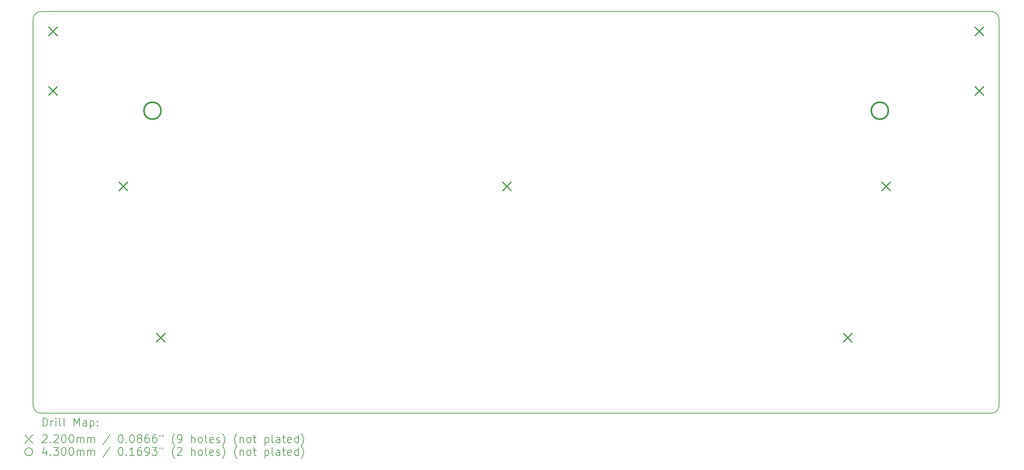
<source format=gbr>
%FSLAX45Y45*%
G04 Gerber Fmt 4.5, Leading zero omitted, Abs format (unit mm)*
G04 Created by KiCad (PCBNEW (6.0.1)) date 2022-12-02 16:53:09*
%MOMM*%
%LPD*%
G01*
G04 APERTURE LIST*
%TA.AperFunction,Profile*%
%ADD10C,0.200000*%
%TD*%
%ADD11C,0.200000*%
%ADD12C,0.220000*%
%ADD13C,0.430000*%
G04 APERTURE END LIST*
D10*
X27225625Y-12817500D02*
X27225625Y-3097500D01*
X27025625Y-13017500D02*
G75*
G03*
X27225625Y-12817500I0J200000D01*
G01*
X3136875Y-13017500D02*
X27025625Y-13017500D01*
X2936875Y-12817500D02*
G75*
G03*
X3136875Y-13017500I200000J0D01*
G01*
X2936875Y-3097500D02*
X2936875Y-12817500D01*
X3136875Y-2897500D02*
G75*
G03*
X2936875Y-3097500I0J-200000D01*
G01*
X27025625Y-2897500D02*
X3136875Y-2897500D01*
X27225625Y-3097500D02*
G75*
G03*
X27025625Y-2897500I-200000J0D01*
G01*
D11*
D12*
X3326875Y-3287500D02*
X3546875Y-3507500D01*
X3546875Y-3287500D02*
X3326875Y-3507500D01*
X3326875Y-4787500D02*
X3546875Y-5007500D01*
X3546875Y-4787500D02*
X3326875Y-5007500D01*
X5089025Y-7192500D02*
X5309025Y-7412500D01*
X5309025Y-7192500D02*
X5089025Y-7412500D01*
X6028425Y-11002500D02*
X6248425Y-11222500D01*
X6248425Y-11002500D02*
X6028425Y-11222500D01*
X14733125Y-7192500D02*
X14953125Y-7412500D01*
X14953125Y-7192500D02*
X14733125Y-7412500D01*
X23305625Y-11002500D02*
X23525625Y-11222500D01*
X23525625Y-11002500D02*
X23305625Y-11222500D01*
X24271225Y-7192500D02*
X24491225Y-7412500D01*
X24491225Y-7192500D02*
X24271225Y-7412500D01*
X26615625Y-3287500D02*
X26835625Y-3507500D01*
X26835625Y-3287500D02*
X26615625Y-3507500D01*
X26615625Y-4787500D02*
X26835625Y-5007500D01*
X26835625Y-4787500D02*
X26615625Y-5007500D01*
D13*
X6151875Y-5397500D02*
G75*
G03*
X6151875Y-5397500I-215000J0D01*
G01*
X24440625Y-5397500D02*
G75*
G03*
X24440625Y-5397500I-215000J0D01*
G01*
D11*
X3184494Y-13337976D02*
X3184494Y-13137976D01*
X3232113Y-13137976D01*
X3260684Y-13147500D01*
X3279732Y-13166548D01*
X3289256Y-13185595D01*
X3298780Y-13223690D01*
X3298780Y-13252262D01*
X3289256Y-13290357D01*
X3279732Y-13309405D01*
X3260684Y-13328452D01*
X3232113Y-13337976D01*
X3184494Y-13337976D01*
X3384494Y-13337976D02*
X3384494Y-13204643D01*
X3384494Y-13242738D02*
X3394018Y-13223690D01*
X3403542Y-13214167D01*
X3422589Y-13204643D01*
X3441637Y-13204643D01*
X3508303Y-13337976D02*
X3508303Y-13204643D01*
X3508303Y-13137976D02*
X3498780Y-13147500D01*
X3508303Y-13157024D01*
X3517827Y-13147500D01*
X3508303Y-13137976D01*
X3508303Y-13157024D01*
X3632113Y-13337976D02*
X3613065Y-13328452D01*
X3603542Y-13309405D01*
X3603542Y-13137976D01*
X3736875Y-13337976D02*
X3717827Y-13328452D01*
X3708303Y-13309405D01*
X3708303Y-13137976D01*
X3965446Y-13337976D02*
X3965446Y-13137976D01*
X4032113Y-13280833D01*
X4098780Y-13137976D01*
X4098780Y-13337976D01*
X4279732Y-13337976D02*
X4279732Y-13233214D01*
X4270208Y-13214167D01*
X4251161Y-13204643D01*
X4213065Y-13204643D01*
X4194018Y-13214167D01*
X4279732Y-13328452D02*
X4260685Y-13337976D01*
X4213065Y-13337976D01*
X4194018Y-13328452D01*
X4184494Y-13309405D01*
X4184494Y-13290357D01*
X4194018Y-13271309D01*
X4213065Y-13261786D01*
X4260685Y-13261786D01*
X4279732Y-13252262D01*
X4374970Y-13204643D02*
X4374970Y-13404643D01*
X4374970Y-13214167D02*
X4394018Y-13204643D01*
X4432113Y-13204643D01*
X4451161Y-13214167D01*
X4460685Y-13223690D01*
X4470208Y-13242738D01*
X4470208Y-13299881D01*
X4460685Y-13318928D01*
X4451161Y-13328452D01*
X4432113Y-13337976D01*
X4394018Y-13337976D01*
X4374970Y-13328452D01*
X4555923Y-13318928D02*
X4565446Y-13328452D01*
X4555923Y-13337976D01*
X4546399Y-13328452D01*
X4555923Y-13318928D01*
X4555923Y-13337976D01*
X4555923Y-13214167D02*
X4565446Y-13223690D01*
X4555923Y-13233214D01*
X4546399Y-13223690D01*
X4555923Y-13214167D01*
X4555923Y-13233214D01*
X2726875Y-13567500D02*
X2926875Y-13767500D01*
X2926875Y-13567500D02*
X2726875Y-13767500D01*
X3174970Y-13577024D02*
X3184494Y-13567500D01*
X3203542Y-13557976D01*
X3251161Y-13557976D01*
X3270208Y-13567500D01*
X3279732Y-13577024D01*
X3289256Y-13596071D01*
X3289256Y-13615119D01*
X3279732Y-13643690D01*
X3165446Y-13757976D01*
X3289256Y-13757976D01*
X3374970Y-13738928D02*
X3384494Y-13748452D01*
X3374970Y-13757976D01*
X3365446Y-13748452D01*
X3374970Y-13738928D01*
X3374970Y-13757976D01*
X3460684Y-13577024D02*
X3470208Y-13567500D01*
X3489256Y-13557976D01*
X3536875Y-13557976D01*
X3555923Y-13567500D01*
X3565446Y-13577024D01*
X3574970Y-13596071D01*
X3574970Y-13615119D01*
X3565446Y-13643690D01*
X3451161Y-13757976D01*
X3574970Y-13757976D01*
X3698780Y-13557976D02*
X3717827Y-13557976D01*
X3736875Y-13567500D01*
X3746399Y-13577024D01*
X3755923Y-13596071D01*
X3765446Y-13634167D01*
X3765446Y-13681786D01*
X3755923Y-13719881D01*
X3746399Y-13738928D01*
X3736875Y-13748452D01*
X3717827Y-13757976D01*
X3698780Y-13757976D01*
X3679732Y-13748452D01*
X3670208Y-13738928D01*
X3660684Y-13719881D01*
X3651161Y-13681786D01*
X3651161Y-13634167D01*
X3660684Y-13596071D01*
X3670208Y-13577024D01*
X3679732Y-13567500D01*
X3698780Y-13557976D01*
X3889256Y-13557976D02*
X3908303Y-13557976D01*
X3927351Y-13567500D01*
X3936875Y-13577024D01*
X3946399Y-13596071D01*
X3955923Y-13634167D01*
X3955923Y-13681786D01*
X3946399Y-13719881D01*
X3936875Y-13738928D01*
X3927351Y-13748452D01*
X3908303Y-13757976D01*
X3889256Y-13757976D01*
X3870208Y-13748452D01*
X3860684Y-13738928D01*
X3851161Y-13719881D01*
X3841637Y-13681786D01*
X3841637Y-13634167D01*
X3851161Y-13596071D01*
X3860684Y-13577024D01*
X3870208Y-13567500D01*
X3889256Y-13557976D01*
X4041637Y-13757976D02*
X4041637Y-13624643D01*
X4041637Y-13643690D02*
X4051161Y-13634167D01*
X4070208Y-13624643D01*
X4098780Y-13624643D01*
X4117827Y-13634167D01*
X4127351Y-13653214D01*
X4127351Y-13757976D01*
X4127351Y-13653214D02*
X4136875Y-13634167D01*
X4155923Y-13624643D01*
X4184494Y-13624643D01*
X4203542Y-13634167D01*
X4213065Y-13653214D01*
X4213065Y-13757976D01*
X4308304Y-13757976D02*
X4308304Y-13624643D01*
X4308304Y-13643690D02*
X4317827Y-13634167D01*
X4336875Y-13624643D01*
X4365446Y-13624643D01*
X4384494Y-13634167D01*
X4394018Y-13653214D01*
X4394018Y-13757976D01*
X4394018Y-13653214D02*
X4403542Y-13634167D01*
X4422589Y-13624643D01*
X4451161Y-13624643D01*
X4470208Y-13634167D01*
X4479732Y-13653214D01*
X4479732Y-13757976D01*
X4870208Y-13548452D02*
X4698780Y-13805595D01*
X5127351Y-13557976D02*
X5146399Y-13557976D01*
X5165446Y-13567500D01*
X5174970Y-13577024D01*
X5184494Y-13596071D01*
X5194018Y-13634167D01*
X5194018Y-13681786D01*
X5184494Y-13719881D01*
X5174970Y-13738928D01*
X5165446Y-13748452D01*
X5146399Y-13757976D01*
X5127351Y-13757976D01*
X5108304Y-13748452D01*
X5098780Y-13738928D01*
X5089256Y-13719881D01*
X5079732Y-13681786D01*
X5079732Y-13634167D01*
X5089256Y-13596071D01*
X5098780Y-13577024D01*
X5108304Y-13567500D01*
X5127351Y-13557976D01*
X5279732Y-13738928D02*
X5289256Y-13748452D01*
X5279732Y-13757976D01*
X5270208Y-13748452D01*
X5279732Y-13738928D01*
X5279732Y-13757976D01*
X5413065Y-13557976D02*
X5432113Y-13557976D01*
X5451161Y-13567500D01*
X5460685Y-13577024D01*
X5470208Y-13596071D01*
X5479732Y-13634167D01*
X5479732Y-13681786D01*
X5470208Y-13719881D01*
X5460685Y-13738928D01*
X5451161Y-13748452D01*
X5432113Y-13757976D01*
X5413065Y-13757976D01*
X5394018Y-13748452D01*
X5384494Y-13738928D01*
X5374970Y-13719881D01*
X5365446Y-13681786D01*
X5365446Y-13634167D01*
X5374970Y-13596071D01*
X5384494Y-13577024D01*
X5394018Y-13567500D01*
X5413065Y-13557976D01*
X5594018Y-13643690D02*
X5574970Y-13634167D01*
X5565446Y-13624643D01*
X5555923Y-13605595D01*
X5555923Y-13596071D01*
X5565446Y-13577024D01*
X5574970Y-13567500D01*
X5594018Y-13557976D01*
X5632113Y-13557976D01*
X5651161Y-13567500D01*
X5660684Y-13577024D01*
X5670208Y-13596071D01*
X5670208Y-13605595D01*
X5660684Y-13624643D01*
X5651161Y-13634167D01*
X5632113Y-13643690D01*
X5594018Y-13643690D01*
X5574970Y-13653214D01*
X5565446Y-13662738D01*
X5555923Y-13681786D01*
X5555923Y-13719881D01*
X5565446Y-13738928D01*
X5574970Y-13748452D01*
X5594018Y-13757976D01*
X5632113Y-13757976D01*
X5651161Y-13748452D01*
X5660684Y-13738928D01*
X5670208Y-13719881D01*
X5670208Y-13681786D01*
X5660684Y-13662738D01*
X5651161Y-13653214D01*
X5632113Y-13643690D01*
X5841637Y-13557976D02*
X5803542Y-13557976D01*
X5784494Y-13567500D01*
X5774970Y-13577024D01*
X5755923Y-13605595D01*
X5746399Y-13643690D01*
X5746399Y-13719881D01*
X5755923Y-13738928D01*
X5765446Y-13748452D01*
X5784494Y-13757976D01*
X5822589Y-13757976D01*
X5841637Y-13748452D01*
X5851161Y-13738928D01*
X5860684Y-13719881D01*
X5860684Y-13672262D01*
X5851161Y-13653214D01*
X5841637Y-13643690D01*
X5822589Y-13634167D01*
X5784494Y-13634167D01*
X5765446Y-13643690D01*
X5755923Y-13653214D01*
X5746399Y-13672262D01*
X6032113Y-13557976D02*
X5994018Y-13557976D01*
X5974970Y-13567500D01*
X5965446Y-13577024D01*
X5946399Y-13605595D01*
X5936875Y-13643690D01*
X5936875Y-13719881D01*
X5946399Y-13738928D01*
X5955923Y-13748452D01*
X5974970Y-13757976D01*
X6013065Y-13757976D01*
X6032113Y-13748452D01*
X6041637Y-13738928D01*
X6051161Y-13719881D01*
X6051161Y-13672262D01*
X6041637Y-13653214D01*
X6032113Y-13643690D01*
X6013065Y-13634167D01*
X5974970Y-13634167D01*
X5955923Y-13643690D01*
X5946399Y-13653214D01*
X5936875Y-13672262D01*
X6127351Y-13557976D02*
X6127351Y-13596071D01*
X6203542Y-13557976D02*
X6203542Y-13596071D01*
X6498780Y-13834167D02*
X6489256Y-13824643D01*
X6470208Y-13796071D01*
X6460684Y-13777024D01*
X6451161Y-13748452D01*
X6441637Y-13700833D01*
X6441637Y-13662738D01*
X6451161Y-13615119D01*
X6460684Y-13586548D01*
X6470208Y-13567500D01*
X6489256Y-13538928D01*
X6498780Y-13529405D01*
X6584494Y-13757976D02*
X6622589Y-13757976D01*
X6641637Y-13748452D01*
X6651161Y-13738928D01*
X6670208Y-13710357D01*
X6679732Y-13672262D01*
X6679732Y-13596071D01*
X6670208Y-13577024D01*
X6660684Y-13567500D01*
X6641637Y-13557976D01*
X6603542Y-13557976D01*
X6584494Y-13567500D01*
X6574970Y-13577024D01*
X6565446Y-13596071D01*
X6565446Y-13643690D01*
X6574970Y-13662738D01*
X6584494Y-13672262D01*
X6603542Y-13681786D01*
X6641637Y-13681786D01*
X6660684Y-13672262D01*
X6670208Y-13662738D01*
X6679732Y-13643690D01*
X6917827Y-13757976D02*
X6917827Y-13557976D01*
X7003542Y-13757976D02*
X7003542Y-13653214D01*
X6994018Y-13634167D01*
X6974970Y-13624643D01*
X6946399Y-13624643D01*
X6927351Y-13634167D01*
X6917827Y-13643690D01*
X7127351Y-13757976D02*
X7108303Y-13748452D01*
X7098780Y-13738928D01*
X7089256Y-13719881D01*
X7089256Y-13662738D01*
X7098780Y-13643690D01*
X7108303Y-13634167D01*
X7127351Y-13624643D01*
X7155923Y-13624643D01*
X7174970Y-13634167D01*
X7184494Y-13643690D01*
X7194018Y-13662738D01*
X7194018Y-13719881D01*
X7184494Y-13738928D01*
X7174970Y-13748452D01*
X7155923Y-13757976D01*
X7127351Y-13757976D01*
X7308303Y-13757976D02*
X7289256Y-13748452D01*
X7279732Y-13729405D01*
X7279732Y-13557976D01*
X7460684Y-13748452D02*
X7441637Y-13757976D01*
X7403542Y-13757976D01*
X7384494Y-13748452D01*
X7374970Y-13729405D01*
X7374970Y-13653214D01*
X7384494Y-13634167D01*
X7403542Y-13624643D01*
X7441637Y-13624643D01*
X7460684Y-13634167D01*
X7470208Y-13653214D01*
X7470208Y-13672262D01*
X7374970Y-13691309D01*
X7546399Y-13748452D02*
X7565446Y-13757976D01*
X7603542Y-13757976D01*
X7622589Y-13748452D01*
X7632113Y-13729405D01*
X7632113Y-13719881D01*
X7622589Y-13700833D01*
X7603542Y-13691309D01*
X7574970Y-13691309D01*
X7555923Y-13681786D01*
X7546399Y-13662738D01*
X7546399Y-13653214D01*
X7555923Y-13634167D01*
X7574970Y-13624643D01*
X7603542Y-13624643D01*
X7622589Y-13634167D01*
X7698780Y-13834167D02*
X7708303Y-13824643D01*
X7727351Y-13796071D01*
X7736875Y-13777024D01*
X7746399Y-13748452D01*
X7755923Y-13700833D01*
X7755923Y-13662738D01*
X7746399Y-13615119D01*
X7736875Y-13586548D01*
X7727351Y-13567500D01*
X7708303Y-13538928D01*
X7698780Y-13529405D01*
X8060684Y-13834167D02*
X8051161Y-13824643D01*
X8032113Y-13796071D01*
X8022589Y-13777024D01*
X8013065Y-13748452D01*
X8003542Y-13700833D01*
X8003542Y-13662738D01*
X8013065Y-13615119D01*
X8022589Y-13586548D01*
X8032113Y-13567500D01*
X8051161Y-13538928D01*
X8060684Y-13529405D01*
X8136875Y-13624643D02*
X8136875Y-13757976D01*
X8136875Y-13643690D02*
X8146399Y-13634167D01*
X8165446Y-13624643D01*
X8194018Y-13624643D01*
X8213065Y-13634167D01*
X8222589Y-13653214D01*
X8222589Y-13757976D01*
X8346399Y-13757976D02*
X8327351Y-13748452D01*
X8317827Y-13738928D01*
X8308303Y-13719881D01*
X8308303Y-13662738D01*
X8317827Y-13643690D01*
X8327351Y-13634167D01*
X8346399Y-13624643D01*
X8374970Y-13624643D01*
X8394018Y-13634167D01*
X8403542Y-13643690D01*
X8413065Y-13662738D01*
X8413065Y-13719881D01*
X8403542Y-13738928D01*
X8394018Y-13748452D01*
X8374970Y-13757976D01*
X8346399Y-13757976D01*
X8470208Y-13624643D02*
X8546399Y-13624643D01*
X8498780Y-13557976D02*
X8498780Y-13729405D01*
X8508304Y-13748452D01*
X8527351Y-13757976D01*
X8546399Y-13757976D01*
X8765446Y-13624643D02*
X8765446Y-13824643D01*
X8765446Y-13634167D02*
X8784494Y-13624643D01*
X8822589Y-13624643D01*
X8841637Y-13634167D01*
X8851161Y-13643690D01*
X8860685Y-13662738D01*
X8860685Y-13719881D01*
X8851161Y-13738928D01*
X8841637Y-13748452D01*
X8822589Y-13757976D01*
X8784494Y-13757976D01*
X8765446Y-13748452D01*
X8974970Y-13757976D02*
X8955923Y-13748452D01*
X8946399Y-13729405D01*
X8946399Y-13557976D01*
X9136875Y-13757976D02*
X9136875Y-13653214D01*
X9127351Y-13634167D01*
X9108304Y-13624643D01*
X9070208Y-13624643D01*
X9051161Y-13634167D01*
X9136875Y-13748452D02*
X9117827Y-13757976D01*
X9070208Y-13757976D01*
X9051161Y-13748452D01*
X9041637Y-13729405D01*
X9041637Y-13710357D01*
X9051161Y-13691309D01*
X9070208Y-13681786D01*
X9117827Y-13681786D01*
X9136875Y-13672262D01*
X9203542Y-13624643D02*
X9279732Y-13624643D01*
X9232113Y-13557976D02*
X9232113Y-13729405D01*
X9241637Y-13748452D01*
X9260685Y-13757976D01*
X9279732Y-13757976D01*
X9422589Y-13748452D02*
X9403542Y-13757976D01*
X9365446Y-13757976D01*
X9346399Y-13748452D01*
X9336875Y-13729405D01*
X9336875Y-13653214D01*
X9346399Y-13634167D01*
X9365446Y-13624643D01*
X9403542Y-13624643D01*
X9422589Y-13634167D01*
X9432113Y-13653214D01*
X9432113Y-13672262D01*
X9336875Y-13691309D01*
X9603542Y-13757976D02*
X9603542Y-13557976D01*
X9603542Y-13748452D02*
X9584494Y-13757976D01*
X9546399Y-13757976D01*
X9527351Y-13748452D01*
X9517827Y-13738928D01*
X9508304Y-13719881D01*
X9508304Y-13662738D01*
X9517827Y-13643690D01*
X9527351Y-13634167D01*
X9546399Y-13624643D01*
X9584494Y-13624643D01*
X9603542Y-13634167D01*
X9679732Y-13834167D02*
X9689256Y-13824643D01*
X9708304Y-13796071D01*
X9717827Y-13777024D01*
X9727351Y-13748452D01*
X9736875Y-13700833D01*
X9736875Y-13662738D01*
X9727351Y-13615119D01*
X9717827Y-13586548D01*
X9708304Y-13567500D01*
X9689256Y-13538928D01*
X9679732Y-13529405D01*
X2926875Y-13987500D02*
G75*
G03*
X2926875Y-13987500I-100000J0D01*
G01*
X3270208Y-13944643D02*
X3270208Y-14077976D01*
X3222589Y-13868452D02*
X3174970Y-14011309D01*
X3298780Y-14011309D01*
X3374970Y-14058928D02*
X3384494Y-14068452D01*
X3374970Y-14077976D01*
X3365446Y-14068452D01*
X3374970Y-14058928D01*
X3374970Y-14077976D01*
X3451161Y-13877976D02*
X3574970Y-13877976D01*
X3508303Y-13954167D01*
X3536875Y-13954167D01*
X3555923Y-13963690D01*
X3565446Y-13973214D01*
X3574970Y-13992262D01*
X3574970Y-14039881D01*
X3565446Y-14058928D01*
X3555923Y-14068452D01*
X3536875Y-14077976D01*
X3479732Y-14077976D01*
X3460684Y-14068452D01*
X3451161Y-14058928D01*
X3698780Y-13877976D02*
X3717827Y-13877976D01*
X3736875Y-13887500D01*
X3746399Y-13897024D01*
X3755923Y-13916071D01*
X3765446Y-13954167D01*
X3765446Y-14001786D01*
X3755923Y-14039881D01*
X3746399Y-14058928D01*
X3736875Y-14068452D01*
X3717827Y-14077976D01*
X3698780Y-14077976D01*
X3679732Y-14068452D01*
X3670208Y-14058928D01*
X3660684Y-14039881D01*
X3651161Y-14001786D01*
X3651161Y-13954167D01*
X3660684Y-13916071D01*
X3670208Y-13897024D01*
X3679732Y-13887500D01*
X3698780Y-13877976D01*
X3889256Y-13877976D02*
X3908303Y-13877976D01*
X3927351Y-13887500D01*
X3936875Y-13897024D01*
X3946399Y-13916071D01*
X3955923Y-13954167D01*
X3955923Y-14001786D01*
X3946399Y-14039881D01*
X3936875Y-14058928D01*
X3927351Y-14068452D01*
X3908303Y-14077976D01*
X3889256Y-14077976D01*
X3870208Y-14068452D01*
X3860684Y-14058928D01*
X3851161Y-14039881D01*
X3841637Y-14001786D01*
X3841637Y-13954167D01*
X3851161Y-13916071D01*
X3860684Y-13897024D01*
X3870208Y-13887500D01*
X3889256Y-13877976D01*
X4041637Y-14077976D02*
X4041637Y-13944643D01*
X4041637Y-13963690D02*
X4051161Y-13954167D01*
X4070208Y-13944643D01*
X4098780Y-13944643D01*
X4117827Y-13954167D01*
X4127351Y-13973214D01*
X4127351Y-14077976D01*
X4127351Y-13973214D02*
X4136875Y-13954167D01*
X4155923Y-13944643D01*
X4184494Y-13944643D01*
X4203542Y-13954167D01*
X4213065Y-13973214D01*
X4213065Y-14077976D01*
X4308304Y-14077976D02*
X4308304Y-13944643D01*
X4308304Y-13963690D02*
X4317827Y-13954167D01*
X4336875Y-13944643D01*
X4365446Y-13944643D01*
X4384494Y-13954167D01*
X4394018Y-13973214D01*
X4394018Y-14077976D01*
X4394018Y-13973214D02*
X4403542Y-13954167D01*
X4422589Y-13944643D01*
X4451161Y-13944643D01*
X4470208Y-13954167D01*
X4479732Y-13973214D01*
X4479732Y-14077976D01*
X4870208Y-13868452D02*
X4698780Y-14125595D01*
X5127351Y-13877976D02*
X5146399Y-13877976D01*
X5165446Y-13887500D01*
X5174970Y-13897024D01*
X5184494Y-13916071D01*
X5194018Y-13954167D01*
X5194018Y-14001786D01*
X5184494Y-14039881D01*
X5174970Y-14058928D01*
X5165446Y-14068452D01*
X5146399Y-14077976D01*
X5127351Y-14077976D01*
X5108304Y-14068452D01*
X5098780Y-14058928D01*
X5089256Y-14039881D01*
X5079732Y-14001786D01*
X5079732Y-13954167D01*
X5089256Y-13916071D01*
X5098780Y-13897024D01*
X5108304Y-13887500D01*
X5127351Y-13877976D01*
X5279732Y-14058928D02*
X5289256Y-14068452D01*
X5279732Y-14077976D01*
X5270208Y-14068452D01*
X5279732Y-14058928D01*
X5279732Y-14077976D01*
X5479732Y-14077976D02*
X5365446Y-14077976D01*
X5422589Y-14077976D02*
X5422589Y-13877976D01*
X5403542Y-13906548D01*
X5384494Y-13925595D01*
X5365446Y-13935119D01*
X5651161Y-13877976D02*
X5613065Y-13877976D01*
X5594018Y-13887500D01*
X5584494Y-13897024D01*
X5565446Y-13925595D01*
X5555923Y-13963690D01*
X5555923Y-14039881D01*
X5565446Y-14058928D01*
X5574970Y-14068452D01*
X5594018Y-14077976D01*
X5632113Y-14077976D01*
X5651161Y-14068452D01*
X5660684Y-14058928D01*
X5670208Y-14039881D01*
X5670208Y-13992262D01*
X5660684Y-13973214D01*
X5651161Y-13963690D01*
X5632113Y-13954167D01*
X5594018Y-13954167D01*
X5574970Y-13963690D01*
X5565446Y-13973214D01*
X5555923Y-13992262D01*
X5765446Y-14077976D02*
X5803542Y-14077976D01*
X5822589Y-14068452D01*
X5832113Y-14058928D01*
X5851161Y-14030357D01*
X5860684Y-13992262D01*
X5860684Y-13916071D01*
X5851161Y-13897024D01*
X5841637Y-13887500D01*
X5822589Y-13877976D01*
X5784494Y-13877976D01*
X5765446Y-13887500D01*
X5755923Y-13897024D01*
X5746399Y-13916071D01*
X5746399Y-13963690D01*
X5755923Y-13982738D01*
X5765446Y-13992262D01*
X5784494Y-14001786D01*
X5822589Y-14001786D01*
X5841637Y-13992262D01*
X5851161Y-13982738D01*
X5860684Y-13963690D01*
X5927351Y-13877976D02*
X6051161Y-13877976D01*
X5984494Y-13954167D01*
X6013065Y-13954167D01*
X6032113Y-13963690D01*
X6041637Y-13973214D01*
X6051161Y-13992262D01*
X6051161Y-14039881D01*
X6041637Y-14058928D01*
X6032113Y-14068452D01*
X6013065Y-14077976D01*
X5955923Y-14077976D01*
X5936875Y-14068452D01*
X5927351Y-14058928D01*
X6127351Y-13877976D02*
X6127351Y-13916071D01*
X6203542Y-13877976D02*
X6203542Y-13916071D01*
X6498780Y-14154167D02*
X6489256Y-14144643D01*
X6470208Y-14116071D01*
X6460684Y-14097024D01*
X6451161Y-14068452D01*
X6441637Y-14020833D01*
X6441637Y-13982738D01*
X6451161Y-13935119D01*
X6460684Y-13906548D01*
X6470208Y-13887500D01*
X6489256Y-13858928D01*
X6498780Y-13849405D01*
X6565446Y-13897024D02*
X6574970Y-13887500D01*
X6594018Y-13877976D01*
X6641637Y-13877976D01*
X6660684Y-13887500D01*
X6670208Y-13897024D01*
X6679732Y-13916071D01*
X6679732Y-13935119D01*
X6670208Y-13963690D01*
X6555923Y-14077976D01*
X6679732Y-14077976D01*
X6917827Y-14077976D02*
X6917827Y-13877976D01*
X7003542Y-14077976D02*
X7003542Y-13973214D01*
X6994018Y-13954167D01*
X6974970Y-13944643D01*
X6946399Y-13944643D01*
X6927351Y-13954167D01*
X6917827Y-13963690D01*
X7127351Y-14077976D02*
X7108303Y-14068452D01*
X7098780Y-14058928D01*
X7089256Y-14039881D01*
X7089256Y-13982738D01*
X7098780Y-13963690D01*
X7108303Y-13954167D01*
X7127351Y-13944643D01*
X7155923Y-13944643D01*
X7174970Y-13954167D01*
X7184494Y-13963690D01*
X7194018Y-13982738D01*
X7194018Y-14039881D01*
X7184494Y-14058928D01*
X7174970Y-14068452D01*
X7155923Y-14077976D01*
X7127351Y-14077976D01*
X7308303Y-14077976D02*
X7289256Y-14068452D01*
X7279732Y-14049405D01*
X7279732Y-13877976D01*
X7460684Y-14068452D02*
X7441637Y-14077976D01*
X7403542Y-14077976D01*
X7384494Y-14068452D01*
X7374970Y-14049405D01*
X7374970Y-13973214D01*
X7384494Y-13954167D01*
X7403542Y-13944643D01*
X7441637Y-13944643D01*
X7460684Y-13954167D01*
X7470208Y-13973214D01*
X7470208Y-13992262D01*
X7374970Y-14011309D01*
X7546399Y-14068452D02*
X7565446Y-14077976D01*
X7603542Y-14077976D01*
X7622589Y-14068452D01*
X7632113Y-14049405D01*
X7632113Y-14039881D01*
X7622589Y-14020833D01*
X7603542Y-14011309D01*
X7574970Y-14011309D01*
X7555923Y-14001786D01*
X7546399Y-13982738D01*
X7546399Y-13973214D01*
X7555923Y-13954167D01*
X7574970Y-13944643D01*
X7603542Y-13944643D01*
X7622589Y-13954167D01*
X7698780Y-14154167D02*
X7708303Y-14144643D01*
X7727351Y-14116071D01*
X7736875Y-14097024D01*
X7746399Y-14068452D01*
X7755923Y-14020833D01*
X7755923Y-13982738D01*
X7746399Y-13935119D01*
X7736875Y-13906548D01*
X7727351Y-13887500D01*
X7708303Y-13858928D01*
X7698780Y-13849405D01*
X8060684Y-14154167D02*
X8051161Y-14144643D01*
X8032113Y-14116071D01*
X8022589Y-14097024D01*
X8013065Y-14068452D01*
X8003542Y-14020833D01*
X8003542Y-13982738D01*
X8013065Y-13935119D01*
X8022589Y-13906548D01*
X8032113Y-13887500D01*
X8051161Y-13858928D01*
X8060684Y-13849405D01*
X8136875Y-13944643D02*
X8136875Y-14077976D01*
X8136875Y-13963690D02*
X8146399Y-13954167D01*
X8165446Y-13944643D01*
X8194018Y-13944643D01*
X8213065Y-13954167D01*
X8222589Y-13973214D01*
X8222589Y-14077976D01*
X8346399Y-14077976D02*
X8327351Y-14068452D01*
X8317827Y-14058928D01*
X8308303Y-14039881D01*
X8308303Y-13982738D01*
X8317827Y-13963690D01*
X8327351Y-13954167D01*
X8346399Y-13944643D01*
X8374970Y-13944643D01*
X8394018Y-13954167D01*
X8403542Y-13963690D01*
X8413065Y-13982738D01*
X8413065Y-14039881D01*
X8403542Y-14058928D01*
X8394018Y-14068452D01*
X8374970Y-14077976D01*
X8346399Y-14077976D01*
X8470208Y-13944643D02*
X8546399Y-13944643D01*
X8498780Y-13877976D02*
X8498780Y-14049405D01*
X8508304Y-14068452D01*
X8527351Y-14077976D01*
X8546399Y-14077976D01*
X8765446Y-13944643D02*
X8765446Y-14144643D01*
X8765446Y-13954167D02*
X8784494Y-13944643D01*
X8822589Y-13944643D01*
X8841637Y-13954167D01*
X8851161Y-13963690D01*
X8860685Y-13982738D01*
X8860685Y-14039881D01*
X8851161Y-14058928D01*
X8841637Y-14068452D01*
X8822589Y-14077976D01*
X8784494Y-14077976D01*
X8765446Y-14068452D01*
X8974970Y-14077976D02*
X8955923Y-14068452D01*
X8946399Y-14049405D01*
X8946399Y-13877976D01*
X9136875Y-14077976D02*
X9136875Y-13973214D01*
X9127351Y-13954167D01*
X9108304Y-13944643D01*
X9070208Y-13944643D01*
X9051161Y-13954167D01*
X9136875Y-14068452D02*
X9117827Y-14077976D01*
X9070208Y-14077976D01*
X9051161Y-14068452D01*
X9041637Y-14049405D01*
X9041637Y-14030357D01*
X9051161Y-14011309D01*
X9070208Y-14001786D01*
X9117827Y-14001786D01*
X9136875Y-13992262D01*
X9203542Y-13944643D02*
X9279732Y-13944643D01*
X9232113Y-13877976D02*
X9232113Y-14049405D01*
X9241637Y-14068452D01*
X9260685Y-14077976D01*
X9279732Y-14077976D01*
X9422589Y-14068452D02*
X9403542Y-14077976D01*
X9365446Y-14077976D01*
X9346399Y-14068452D01*
X9336875Y-14049405D01*
X9336875Y-13973214D01*
X9346399Y-13954167D01*
X9365446Y-13944643D01*
X9403542Y-13944643D01*
X9422589Y-13954167D01*
X9432113Y-13973214D01*
X9432113Y-13992262D01*
X9336875Y-14011309D01*
X9603542Y-14077976D02*
X9603542Y-13877976D01*
X9603542Y-14068452D02*
X9584494Y-14077976D01*
X9546399Y-14077976D01*
X9527351Y-14068452D01*
X9517827Y-14058928D01*
X9508304Y-14039881D01*
X9508304Y-13982738D01*
X9517827Y-13963690D01*
X9527351Y-13954167D01*
X9546399Y-13944643D01*
X9584494Y-13944643D01*
X9603542Y-13954167D01*
X9679732Y-14154167D02*
X9689256Y-14144643D01*
X9708304Y-14116071D01*
X9717827Y-14097024D01*
X9727351Y-14068452D01*
X9736875Y-14020833D01*
X9736875Y-13982738D01*
X9727351Y-13935119D01*
X9717827Y-13906548D01*
X9708304Y-13887500D01*
X9689256Y-13858928D01*
X9679732Y-13849405D01*
M02*

</source>
